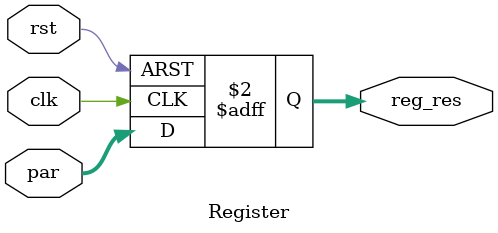
<source format=v>
module Register(input [31:0] par, input clk, input rst, output reg [31:0] reg_res);
    
    
    
    always @(posedge clk , posedge rst) begin
        if(rst)
            reg_res <= {32{1'b0}};
        else
            reg_res <= par;
    end

endmodule

</source>
